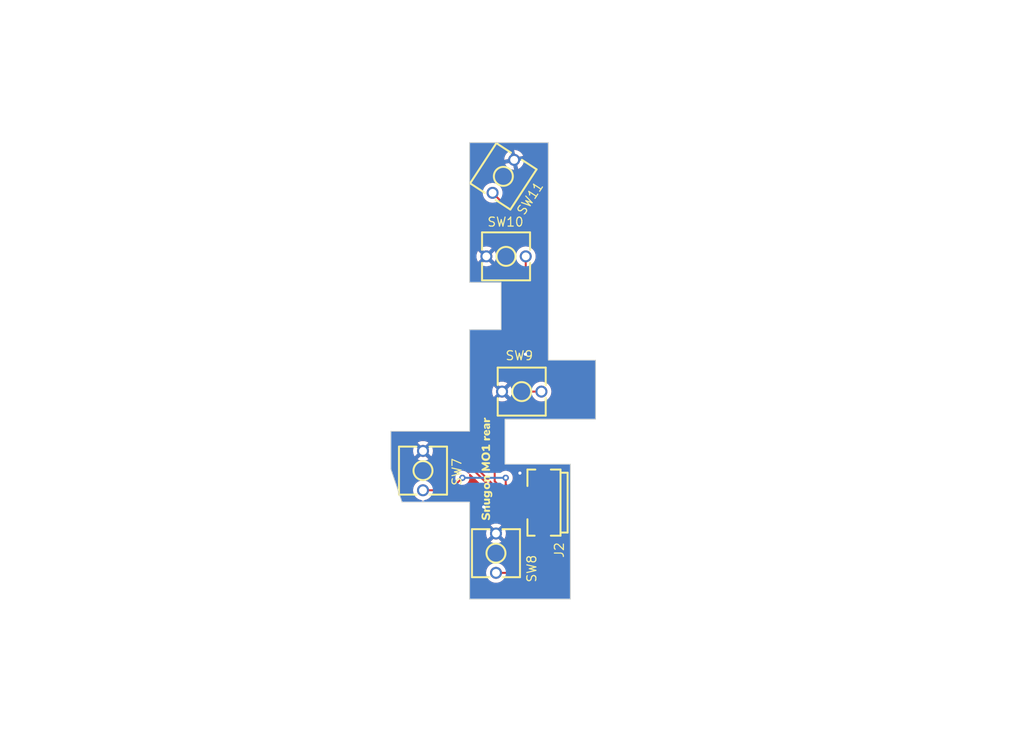
<source format=kicad_pcb>
(kicad_pcb (version 20221018) (generator pcbnew)
  (layers (0 "F.Cu" signal) (31 "B.Cu" signal) (34 "B.Paste" user) (35 "F.Paste" user) (36 "B.SilkS" user "B.Silkscreen") (37 "F.SilkS" user "F.Silkscreen") (38 "B.Mask" user) (39 "F.Mask" user) (44 "Edge.Cuts" user))
  (net 0 "")
  (net 1 "GND")
  (net 2 "SW11_B")
  (net 3 "SW8_B")
  (net 4 "SW9_B")
  (net 5 "SW10_B")
  (net 6 "SW7_B")
  (footprint "0:SW-TH_L6.2-W6.2-P5.00" (layer "F.Cu") (at 114.243 78.567)
    (fp_text reference "SW10" (at -2.455 -4.369) (layer "F.SilkS") (effects (font (size 1.143 1.143) (thickness 0.152)) (justify left)))
    (fp_text value "SW_PUSH" hide)
    (pad "1" thru_hole circle (at -2.5 0) (size 1.524 1.524) (drill 1) (layers "*.Cu" "*.Paste" "*.Mask") (net 1 "GND"))
    (pad "2" thru_hole circle (at 2.5 0) (size 1.524 1.524) (drill 1) (layers "*.Cu" "*.Paste" "*.Mask") (net 5 "SW10_B"))
  )
  (footprint "0:SW-TH_L6.2-W6.2-P5.00" (layer "F.Cu") (at 112.966 116.273 -90)
    (fp_text reference "SW8" (at 0.127 -4.534 90) (layer "F.SilkS") (effects (font (size 1.143 1.143) (thickness 0.152)) (justify right)))
    (fp_text value "SW_PUSH" hide)
    (pad "1" thru_hole circle (at -2.5 0 270) (size 1.524 1.524) (drill 1) (layers "*.Cu" "*.Paste" "*.Mask") (net 1 "GND"))
    (pad "2" thru_hole circle (at 2.5 0 270) (size 1.524 1.524) (drill 1) (layers "*.Cu" "*.Paste" "*.Mask") (net 3 "SW8_B"))
  )
  (footprint "0:SW-TH_L6.2-W6.2-P5.00" (layer "F.Cu") (at 103.699 105.784 -90)
    (fp_text reference "SW7" (at -1.684 -4.301 90) (layer "F.SilkS") (effects (font (size 1.143 1.143) (thickness 0.152)) (justify right)))
    (fp_text value "SW_PUSH" hide)
    (pad "1" thru_hole circle (at -2.5 0 270) (size 1.524 1.524) (drill 1) (layers "*.Cu" "*.Paste" "*.Mask") (net 1 "GND"))
    (pad "2" thru_hole circle (at 2.5 0 270) (size 1.524 1.524) (drill 1) (layers "*.Cu" "*.Paste" "*.Mask") (net 6 "SW7_B"))
  )
  (footprint "0:SW-TH_L6.2-W6.2-P5.00" (layer "F.Cu") (at 116.233 95.745)
    (fp_text reference "SW9" (at -2.145 -4.567) (layer "F.SilkS") (effects (font (size 1.143 1.143) (thickness 0.152)) (justify left)))
    (fp_text value "SW_PUSH" hide)
    (pad "1" thru_hole circle (at -2.5 0) (size 1.524 1.524) (drill 1) (layers "*.Cu" "*.Paste" "*.Mask") (net 1 "GND"))
    (pad "2" thru_hole circle (at 2.5 0) (size 1.524 1.524) (drill 1) (layers "*.Cu" "*.Paste" "*.Mask") (net 4 "SW9_B"))
  )
  (footprint "0:FFCｺﾈｸﾀ_FPC-SMD_P0.50-8P_FGS-XJ-H2.0" (layer "F.Cu") (at 117.56 109.85 -90)
    (fp_text reference "J2" (at 4.95 -3.44 90) (layer "F.SilkS") (effects (font (size 1.143 1.143) (thickness 0.152)) (justify right)))
    (fp_text value "Conn_01x8_Pin + 2" hide)
    (pad "1" smd rect (at -1.75 1.34 270) (size 0.3 1.3) (layers "F.Cu" "F.Paste" "F.Mask") (net 1 "GND"))
    (pad "2" smd rect (at -1.252 1.338 270) (size 0.3 1.3) (layers "F.Cu" "F.Paste" "F.Mask") (net 6 "SW7_B"))
    (pad "3" smd rect (at -0.75 1.34 270) (size 0.3 1.3) (layers "F.Cu" "F.Paste" "F.Mask") (net 3 "SW8_B"))
    (pad "4" smd rect (at -0.25 1.34 270) (size 0.3 1.3) (layers "F.Cu" "F.Paste" "F.Mask") (net 4 "SW9_B"))
    (pad "5" smd rect (at 0.25 1.34 270) (size 0.3 1.3) (layers "F.Cu" "F.Paste" "F.Mask") (net 5 "SW10_B"))
    (pad "6" smd rect (at 0.75 1.34 270) (size 0.3 1.3) (layers "F.Cu" "F.Paste" "F.Mask") (net 2 "SW11_B"))
    (pad "7" smd rect (at 1.25 1.34 270) (size 0.3 1.3) (layers "F.Cu" "F.Paste" "F.Mask"))
    (pad "8" smd rect (at 1.75 1.34 270) (size 0.3 1.3) (layers "F.Cu" "F.Paste" "F.Mask"))
    (pad "9" smd rect (at 3.45 -1.34 180) (size 1.6 2) (layers "F.Cu" "F.Paste" "F.Mask") (net 1 "GND"))
    (pad "10" smd rect (at -3.45 -1.34 180) (size 1.6 2) (layers "F.Cu" "F.Paste" "F.Mask") (net 1 "GND"))
  )
  (footprint "Logos:Snugon MO1 rear" (layer "F.Cu") (at 112 105.6 90)
    (fp_text reference "G***" hide)
    (fp_text value "LOGO" hide)
  )
  (footprint "0:SW-TH_L6.2-W6.2-P5.00" (layer "F.Cu") (at 113.902 68.402 -123.125)
    (fp_text reference "SW11" (at -1.898995 -4.370564 56.875) (layer "F.SilkS") (effects (font (size 1.143 1.143) (thickness 0.152)) (justify right)))
    (fp_text value "SW_PUSH" hide)
    (pad "1" thru_hole circle (at -2.5 0 236.875) (size 1.524 1.524) (drill 1) (layers "*.Cu" "*.Paste" "*.Mask") (net 1 "GND"))
    (pad "2" thru_hole circle (at 2.5 0 236.875) (size 1.524 1.524) (drill 1) (layers "*.Cu" "*.Paste" "*.Mask") (net 2 "SW11_B"))
  )
  (gr_line (start 122.412 104.959) (end 114.112 104.959) (stroke (width 0.1)) (layer "Edge.Cuts"))
  (gr_line (start 109.612 122.112) (end 109.612 109.785) (stroke (width 0.1)) (layer "Edge.Cuts"))
  (gr_line (start 109.612 122.112) (end 122.412 122.112) (stroke (width 0.1)) (layer "Edge.Cuts"))
  (gr_line (start 109.612 64.112) (end 109.612 81.875) (stroke (width 0.1)) (layer "Edge.Cuts"))
  (gr_line (start 122.412 122.112) (end 122.412 104.959) (stroke (width 0.1)) (layer "Edge.Cuts"))
  (gr_line (start 109.612 100.785) (end 99.612 100.785) (stroke (width 0.1)) (layer "Edge.Cuts"))
  (gr_line (start 99.612 105.585) (end 99.612 100.785) (stroke (width 0.1)) (layer "Edge.Cuts"))
  (gr_line (start 109.612 81.875) (end 113.612 81.875) (stroke (width 0.1)) (layer "Edge.Cuts"))
  (gr_line (start 109.612 109.785) (end 101.03 109.785) (stroke (width 0.1)) (layer "Edge.Cuts"))
  (gr_line (start 125.612 99.259) (end 114.112 99.259) (stroke (width 0.1)) (layer "Edge.Cuts"))
  (gr_line (start 119.612 64.112) (end 109.612 64.112) (stroke (width 0.1)) (layer "Edge.Cuts"))
  (gr_line (start 109.612 87.875) (end 113.612 87.875) (stroke (width 0.1)) (layer "Edge.Cuts"))
  (gr_line (start 114.112 104.959) (end 114.112 99.259) (stroke (width 0.1)) (layer "Edge.Cuts"))
  (gr_line (start 113.612 81.875) (end 113.612 87.875) (stroke (width 0.1)) (layer "Edge.Cuts"))
  (gr_line (start 125.612 99.259) (end 125.612 91.745) (stroke (width 0.1)) (layer "Edge.Cuts"))
  (gr_line (start 101.03 109.785) (end 99.612 105.585) (stroke (width 0.1)) (layer "Edge.Cuts"))
  (gr_line (start 119.612 91.745) (end 119.612 64.112) (stroke (width 0.1)) (layer "Edge.Cuts"))
  (gr_line (start 119.612 91.745) (end 125.612 91.745) (stroke (width 0.1)) (layer "Edge.Cuts"))
  (gr_line (start 109.612 87.875) (end 109.612 100.785) (stroke (width 0.1)) (layer "Edge.Cuts"))
  (segment (start 117.2 108.1) (end 118.9 106.4) (width 0.25) (layer "F.Cu") (net 1))
  (segment (start 116.22 108.1) (end 117.2 108.1) (width 0.25) (layer "F.Cu") (net 1))
  (via (at 116.7 91) (size 0.8) (drill 0.4) (layers "F.Cu" "B.Cu") (net 1))
  (via (at 111.4 110.4) (size 0.8) (drill 0.4) (layers "F.Cu" "B.Cu") (net 1))
  (via (at 116 106.1) (size 0.8) (drill 0.4) (layers "F.Cu" "B.Cu") (net 1))
  (segment (start 116.22 110.6) (end 114.997208 110.6) (width 0.25) (layer "F.Cu") (net 2))
  (segment (start 114.5 88.8) (end 114.5 72.45987) (width 0.25) (layer "F.Cu") (net 2))
  (segment (start 110.2 93.1) (end 114.5 88.8) (width 0.25) (layer "F.Cu") (net 2))
  (segment (start 114.997208 110.6) (end 110.2 105.802792) (width 0.25) (layer "F.Cu") (net 2))
  (segment (start 114.5 72.45987) (end 112.535831 70.495701) (width 0.25) (layer "F.Cu") (net 2))
  (segment (start 110.2 105.802792) (end 110.2 93.1) (width 0.25) (layer "F.Cu") (net 2))
  (segment (start 121.7 110.3) (end 120.5 109.1) (width 0.25) (layer "F.Cu") (net 3))
  (segment (start 118.127 118.773) (end 121.7 115.2) (width 0.25) (layer "F.Cu") (net 3))
  (segment (start 112.966 118.773) (end 118.127 118.773) (width 0.25) (layer "F.Cu") (net 3))
  (segment (start 120.5 109.1) (end 116.22 109.1) (width 0.25) (layer "F.Cu") (net 3))
  (segment (start 121.7 115.2) (end 121.7 110.3) (width 0.25) (layer "F.Cu") (net 3))
  (segment (start 112.8 107.13) (end 112.8 99.9) (width 0.25) (layer "F.Cu") (net 4))
  (segment (start 112.8 99.9) (end 116.955 95.745) (width 0.25) (layer "F.Cu") (net 4))
  (segment (start 116.22 109.6) (end 115.27 109.6) (width 0.25) (layer "F.Cu") (net 4))
  (segment (start 115.27 109.6) (end 112.8 107.13) (width 0.25) (layer "F.Cu") (net 4))
  (segment (start 116.955 95.745) (end 118.733 95.745) (width 0.25) (layer "F.Cu") (net 4))
  (segment (start 115.133604 110.1) (end 110.9 105.866396) (width 0.25) (layer "F.Cu") (net 5))
  (segment (start 116.743 87.457) (end 116.743 78.567) (width 0.25) (layer "F.Cu") (net 5))
  (segment (start 110.9 105.866396) (end 110.9 93.3) (width 0.25) (layer "F.Cu") (net 5))
  (segment (start 116.22 110.1) (end 115.133604 110.1) (width 0.25) (layer "F.Cu") (net 5))
  (segment (start 110.9 93.3) (end 116.743 87.457) (width 0.25) (layer "F.Cu") (net 5))
  (segment (start 115.268 108.598) (end 114.2 107.53) (width 0.25) (layer "F.Cu") (net 6))
  (segment (start 114.2 107.53) (end 114.2 106.7) (width 0.25) (layer "F.Cu") (net 6))
  (segment (start 107.116 108.284) (end 103.699 108.284) (width 0.25) (layer "F.Cu") (net 6))
  (segment (start 116.222 108.598) (end 115.268 108.598) (width 0.25) (layer "F.Cu") (net 6))
  (segment (start 108.7 106.7) (end 107.116 108.284) (width 0.25) (layer "F.Cu") (net 6))
  (via (at 108.7 106.7) (size 0.8) (drill 0.4) (layers "F.Cu" "B.Cu") (net 6))
  (via (at 114.2 106.7) (size 0.8) (drill 0.4) (layers "F.Cu" "B.Cu") (net 6))
  (segment (start 114.2 106.7) (end 108.7 106.7) (width 0.25) (layer "B.Cu") (net 6))
  (zone (net 1) (net_name "GND") (layer "F.Cu") (connect_pads (clearance 0.5)) (min_thickness 0.25) (fill yes (thermal_gap 0.5) (thermal_bridge_width 0.5) (island_removal_mode 1) (island_area_min 10))
    (polygon (pts (xy 50 46) (xy 50 141) (xy 180 141) (xy 180 46)))
  )
  (zone (net 1) (net_name "GND") (layer "B.Cu") (priority 1) (connect_pads (clearance 0.5)) (min_thickness 0.25) (fill yes (thermal_gap 0.5) (thermal_bridge_width 0.5))
    (polygon (pts (xy 51 47) (xy 51 140) (xy 179 140) (xy 179 47)))
  )
)
</source>
